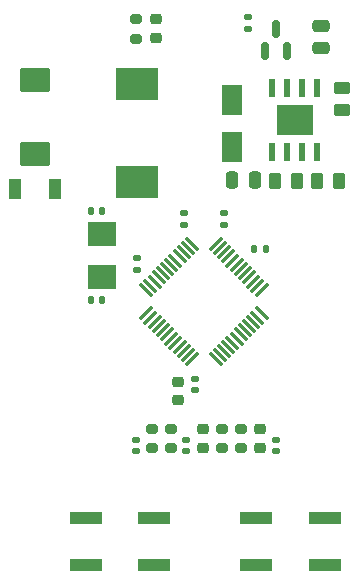
<source format=gbr>
%TF.GenerationSoftware,KiCad,Pcbnew,(6.0.8)*%
%TF.CreationDate,2022-12-02T21:09:01+01:00*%
%TF.ProjectId,mcudev,6d637564-6576-42e6-9b69-6361645f7063,rev?*%
%TF.SameCoordinates,Original*%
%TF.FileFunction,Paste,Top*%
%TF.FilePolarity,Positive*%
%FSLAX46Y46*%
G04 Gerber Fmt 4.6, Leading zero omitted, Abs format (unit mm)*
G04 Created by KiCad (PCBNEW (6.0.8)) date 2022-12-02 21:09:01*
%MOMM*%
%LPD*%
G01*
G04 APERTURE LIST*
G04 Aperture macros list*
%AMRoundRect*
0 Rectangle with rounded corners*
0 $1 Rounding radius*
0 $2 $3 $4 $5 $6 $7 $8 $9 X,Y pos of 4 corners*
0 Add a 4 corners polygon primitive as box body*
4,1,4,$2,$3,$4,$5,$6,$7,$8,$9,$2,$3,0*
0 Add four circle primitives for the rounded corners*
1,1,$1+$1,$2,$3*
1,1,$1+$1,$4,$5*
1,1,$1+$1,$6,$7*
1,1,$1+$1,$8,$9*
0 Add four rect primitives between the rounded corners*
20,1,$1+$1,$2,$3,$4,$5,0*
20,1,$1+$1,$4,$5,$6,$7,0*
20,1,$1+$1,$6,$7,$8,$9,0*
20,1,$1+$1,$8,$9,$2,$3,0*%
G04 Aperture macros list end*
%ADD10RoundRect,0.225000X-0.250000X0.225000X-0.250000X-0.225000X0.250000X-0.225000X0.250000X0.225000X0*%
%ADD11RoundRect,0.200000X-0.275000X0.200000X-0.275000X-0.200000X0.275000X-0.200000X0.275000X0.200000X0*%
%ADD12R,3.600000X2.700000*%
%ADD13R,2.800000X1.000000*%
%ADD14RoundRect,0.140000X0.170000X-0.140000X0.170000X0.140000X-0.170000X0.140000X-0.170000X-0.140000X0*%
%ADD15RoundRect,0.147500X0.172500X-0.147500X0.172500X0.147500X-0.172500X0.147500X-0.172500X-0.147500X0*%
%ADD16RoundRect,0.250000X-0.262500X-0.450000X0.262500X-0.450000X0.262500X0.450000X-0.262500X0.450000X0*%
%ADD17RoundRect,0.140000X0.140000X0.170000X-0.140000X0.170000X-0.140000X-0.170000X0.140000X-0.170000X0*%
%ADD18RoundRect,0.150000X0.150000X-0.587500X0.150000X0.587500X-0.150000X0.587500X-0.150000X-0.587500X0*%
%ADD19R,2.400000X2.000000*%
%ADD20R,1.800000X2.500000*%
%ADD21RoundRect,0.200000X0.275000X-0.200000X0.275000X0.200000X-0.275000X0.200000X-0.275000X-0.200000X0*%
%ADD22RoundRect,0.135000X0.135000X0.185000X-0.135000X0.185000X-0.135000X-0.185000X0.135000X-0.185000X0*%
%ADD23RoundRect,0.250000X-0.475000X0.250000X-0.475000X-0.250000X0.475000X-0.250000X0.475000X0.250000X0*%
%ADD24RoundRect,0.250000X0.450000X-0.262500X0.450000X0.262500X-0.450000X0.262500X-0.450000X-0.262500X0*%
%ADD25RoundRect,0.140000X-0.170000X0.140000X-0.170000X-0.140000X0.170000X-0.140000X0.170000X0.140000X0*%
%ADD26RoundRect,0.250000X1.025000X-0.787500X1.025000X0.787500X-1.025000X0.787500X-1.025000X-0.787500X0*%
%ADD27RoundRect,0.075000X-0.521491X0.415425X0.415425X-0.521491X0.521491X-0.415425X-0.415425X0.521491X0*%
%ADD28RoundRect,0.075000X-0.521491X-0.415425X-0.415425X-0.521491X0.521491X0.415425X0.415425X0.521491X0*%
%ADD29R,0.600000X1.550000*%
%ADD30R,3.100000X2.600000*%
%ADD31RoundRect,0.218750X0.256250X-0.218750X0.256250X0.218750X-0.256250X0.218750X-0.256250X-0.218750X0*%
%ADD32R,1.100000X1.700000*%
%ADD33RoundRect,0.218750X-0.256250X0.218750X-0.256250X-0.218750X0.256250X-0.218750X0.256250X0.218750X0*%
%ADD34RoundRect,0.250000X0.250000X0.475000X-0.250000X0.475000X-0.250000X-0.475000X0.250000X-0.475000X0*%
G04 APERTURE END LIST*
D10*
%TO.C,U1*%
X138300000Y-87275000D03*
X138300000Y-88825000D03*
%TD*%
D11*
%TO.C,R6*%
X136087500Y-91265000D03*
X136087500Y-92915000D03*
%TD*%
D12*
%TO.C,L1*%
X134863333Y-62050000D03*
X134863333Y-70350000D03*
%TD*%
D13*
%TO.C,SW1*%
X150741666Y-98800000D03*
X144941666Y-98800000D03*
X144941666Y-102800000D03*
X150741666Y-102800000D03*
%TD*%
D14*
%TO.C,U11*%
X139012500Y-93140000D03*
X139012500Y-92180000D03*
%TD*%
D15*
%TO.C,F1*%
X144240000Y-57395000D03*
X144240000Y-56425000D03*
%TD*%
D16*
%TO.C,R10*%
X150095000Y-70270000D03*
X151920000Y-70270000D03*
%TD*%
D13*
%TO.C,SW2*%
X130470000Y-102810000D03*
X136270000Y-102810000D03*
X136270000Y-98810000D03*
X130470000Y-98810000D03*
%TD*%
D11*
%TO.C,R1*%
X143615000Y-91265000D03*
X143615000Y-92915000D03*
%TD*%
%TO.C,R2*%
X142017500Y-91265000D03*
X142017500Y-92915000D03*
%TD*%
D17*
%TO.C,U8*%
X131900000Y-72800000D03*
X130940000Y-72800000D03*
%TD*%
D18*
%TO.C,Q1*%
X145655000Y-59275000D03*
X147555000Y-59275000D03*
X146605000Y-57400000D03*
%TD*%
D19*
%TO.C,U7*%
X131900000Y-74750000D03*
X131900000Y-78450000D03*
%TD*%
D14*
%TO.C,U6*%
X146620000Y-93140000D03*
X146620000Y-92180000D03*
%TD*%
D16*
%TO.C,R9*%
X146514583Y-70270000D03*
X148339583Y-70270000D03*
%TD*%
D20*
%TO.C,D3*%
X142876666Y-67410000D03*
X142876666Y-63410000D03*
%TD*%
D14*
%TO.C,U3*%
X134800000Y-77780000D03*
X134800000Y-76820000D03*
%TD*%
D21*
%TO.C,R7*%
X137685000Y-92915000D03*
X137685000Y-91265000D03*
%TD*%
%TO.C,R8*%
X134700000Y-58225000D03*
X134700000Y-56575000D03*
%TD*%
D14*
%TO.C,U2*%
X142200000Y-73980000D03*
X142200000Y-73020000D03*
%TD*%
D22*
%TO.C,R3*%
X145770000Y-76060000D03*
X144750000Y-76060000D03*
%TD*%
D23*
%TO.C,U15*%
X150430000Y-57160000D03*
X150430000Y-59060000D03*
%TD*%
D24*
%TO.C,R11*%
X152190000Y-64242500D03*
X152190000Y-62417500D03*
%TD*%
D14*
%TO.C,U5*%
X138800000Y-73980000D03*
X138800000Y-73020000D03*
%TD*%
D25*
%TO.C,U12*%
X134760000Y-92180000D03*
X134760000Y-93140000D03*
%TD*%
D26*
%TO.C,C1*%
X126200000Y-67962500D03*
X126200000Y-61737500D03*
%TD*%
D27*
%TO.C,STM32F30*%
X139494105Y-75612124D03*
X139140551Y-75965678D03*
X138786998Y-76319231D03*
X138433444Y-76672785D03*
X138079891Y-77026338D03*
X137726338Y-77379891D03*
X137372784Y-77733445D03*
X137019231Y-78086998D03*
X136665678Y-78440551D03*
X136312124Y-78794105D03*
X135958571Y-79147658D03*
X135605017Y-79501212D03*
D28*
X135605017Y-81498788D03*
X135958571Y-81852342D03*
X136312124Y-82205895D03*
X136665678Y-82559449D03*
X137019231Y-82913002D03*
X137372784Y-83266555D03*
X137726338Y-83620109D03*
X138079891Y-83973662D03*
X138433444Y-84327215D03*
X138786998Y-84680769D03*
X139140551Y-85034322D03*
X139494105Y-85387876D03*
D27*
X141491681Y-85387876D03*
X141845235Y-85034322D03*
X142198788Y-84680769D03*
X142552342Y-84327215D03*
X142905895Y-83973662D03*
X143259448Y-83620109D03*
X143613002Y-83266555D03*
X143966555Y-82913002D03*
X144320108Y-82559449D03*
X144673662Y-82205895D03*
X145027215Y-81852342D03*
X145380769Y-81498788D03*
D28*
X145380769Y-79501212D03*
X145027215Y-79147658D03*
X144673662Y-78794105D03*
X144320108Y-78440551D03*
X143966555Y-78086998D03*
X143613002Y-77733445D03*
X143259448Y-77379891D03*
X142905895Y-77026338D03*
X142552342Y-76672785D03*
X142198788Y-76319231D03*
X141845235Y-75965678D03*
X141491681Y-75612124D03*
%TD*%
D29*
%TO.C,U14*%
X146285000Y-67850000D03*
X147555000Y-67850000D03*
X148825000Y-67850000D03*
X150095000Y-67850000D03*
X150095000Y-62450000D03*
X148825000Y-62450000D03*
X147555000Y-62450000D03*
X146285000Y-62450000D03*
D30*
X148190000Y-65150000D03*
%TD*%
D31*
%TO.C,D4*%
X136400000Y-58167500D03*
X136400000Y-56592500D03*
%TD*%
D25*
%TO.C,U4*%
X139700000Y-87020000D03*
X139700000Y-87980000D03*
%TD*%
D32*
%TO.C,D5*%
X127900000Y-70975000D03*
X124500000Y-70975000D03*
%TD*%
D33*
%TO.C,D2*%
X140380000Y-91302500D03*
X140380000Y-92877500D03*
%TD*%
D17*
%TO.C,U9*%
X131900000Y-80400000D03*
X130940000Y-80400000D03*
%TD*%
D33*
%TO.C,D1*%
X145252500Y-91302500D03*
X145252500Y-92877500D03*
%TD*%
D34*
%TO.C,U13*%
X144776666Y-70240000D03*
X142876666Y-70240000D03*
%TD*%
M02*

</source>
